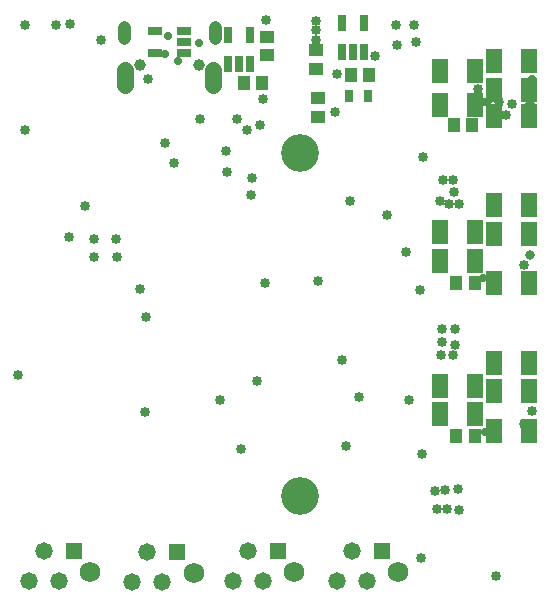
<source format=gbs>
G04 EAGLE Gerber RS-274X export*
G75*
%MOMM*%
%FSLAX34Y34*%
%LPD*%
%INSoldermask Bottom*%
%IPPOS*%
%AMOC8*
5,1,8,0,0,1.08239X$1,22.5*%
G01*
G04 Define Apertures*
%ADD10C,3.200000*%
%ADD11R,1.120900X1.170200*%
%ADD12R,1.170200X1.120900*%
%ADD13R,1.300000X0.800000*%
%ADD14R,1.475000X1.475000*%
%ADD15C,1.475000*%
%ADD16C,1.750000*%
%ADD17R,0.800000X1.400000*%
%ADD18R,1.364600X2.015300*%
%ADD19R,1.173900X0.998700*%
%ADD20R,0.711800X1.111800*%
%ADD21C,1.475000*%
%ADD22C,1.100000*%
%ADD23C,1.000000*%
%ADD24C,0.850000*%
%ADD25C,0.700000*%
%ADD26C,0.800000*%
D10*
X250000Y90000D03*
X250000Y380000D03*
D11*
X217646Y439300D03*
X202154Y439300D03*
D12*
X221700Y463354D03*
X221700Y478846D03*
D13*
X151800Y483700D03*
X151800Y474200D03*
X151800Y464700D03*
X126800Y464700D03*
X126800Y483700D03*
D14*
X318800Y43500D03*
D15*
X306100Y18100D03*
X293400Y43500D03*
X280700Y18100D03*
D16*
X332800Y25500D03*
D14*
X230600Y43500D03*
D15*
X217900Y18100D03*
X205200Y43500D03*
X192500Y18100D03*
D16*
X244600Y25500D03*
D14*
X58238Y43500D03*
D15*
X45538Y18100D03*
X32838Y43500D03*
X20138Y18100D03*
D16*
X72238Y25500D03*
D14*
X145800Y42500D03*
D15*
X133100Y17100D03*
X120400Y42500D03*
X107700Y17100D03*
D16*
X159800Y24500D03*
D17*
X304100Y465500D03*
X294600Y465500D03*
X285100Y465500D03*
X285100Y490500D03*
X304100Y490500D03*
D11*
X292554Y446649D03*
X308046Y446649D03*
D12*
X263249Y451554D03*
X263249Y467046D03*
D18*
X414246Y270500D03*
X443754Y270500D03*
X414246Y311347D03*
X443754Y311347D03*
X397754Y288500D03*
X368246Y288500D03*
X397754Y313500D03*
X368246Y313500D03*
X414246Y336500D03*
X443754Y336500D03*
X397754Y449500D03*
X368246Y449500D03*
X397754Y420500D03*
X368246Y420500D03*
X414246Y433500D03*
X443754Y433500D03*
X414246Y411500D03*
X443754Y411500D03*
X414246Y458500D03*
X443754Y458500D03*
X397754Y183300D03*
X368246Y183300D03*
X414246Y178700D03*
X443754Y178700D03*
X414246Y144547D03*
X443754Y144547D03*
X414246Y202700D03*
X443754Y202700D03*
X397754Y159453D03*
X368246Y159453D03*
D19*
X265148Y426872D03*
X265148Y410568D03*
D20*
X307100Y428200D03*
X291100Y428200D03*
D17*
X207300Y455500D03*
X197800Y455500D03*
X188300Y455500D03*
X188300Y480500D03*
X207300Y480500D03*
D11*
X380028Y404000D03*
X395520Y404000D03*
X382028Y270000D03*
X397520Y270000D03*
X382028Y141000D03*
X397520Y141000D03*
D21*
X176250Y437625D02*
X176250Y450375D01*
X101750Y450375D02*
X101750Y437625D01*
D22*
X177750Y477500D02*
X177750Y486500D01*
X100250Y486500D02*
X100250Y477500D01*
D23*
X164000Y454500D03*
X114000Y454500D03*
D24*
X119000Y241000D03*
X220000Y270000D03*
X200000Y130000D03*
X213000Y187000D03*
X54000Y309000D03*
X55000Y489456D03*
X17000Y489000D03*
X218000Y426000D03*
X216000Y404000D03*
X209000Y359000D03*
X196000Y409000D03*
X205000Y399646D03*
X188000Y364314D03*
X68000Y335000D03*
X43000Y489000D03*
D25*
X164000Y473000D03*
D24*
X121000Y443000D03*
X75000Y292000D03*
X95000Y292000D03*
X265000Y272000D03*
X369000Y209000D03*
X381000Y231000D03*
X379000Y209000D03*
X381000Y218000D03*
X313000Y462000D03*
X444000Y422000D03*
X371000Y357000D03*
X379000Y357000D03*
X376000Y337000D03*
X368000Y340000D03*
X384000Y337000D03*
X380000Y347000D03*
X372000Y95000D03*
X366000Y79000D03*
X374000Y79000D03*
X384000Y78000D03*
X323000Y328000D03*
X285000Y205000D03*
X439000Y285000D03*
X289000Y132000D03*
X416000Y22000D03*
X439000Y151000D03*
X331000Y489000D03*
X346000Y489000D03*
X332000Y472000D03*
X348000Y474000D03*
X370000Y220000D03*
X370000Y231000D03*
X446262Y162000D03*
D25*
X446000Y443175D03*
D26*
X445000Y409000D03*
X444762Y294000D03*
D24*
X364000Y94000D03*
X383000Y96000D03*
X263000Y492012D03*
X263000Y484000D03*
X263000Y476000D03*
X292000Y340000D03*
X353000Y125000D03*
X342000Y171000D03*
X300000Y174000D03*
X351000Y264000D03*
X354000Y377000D03*
X352000Y37000D03*
X279000Y415000D03*
X339000Y296000D03*
X182000Y171000D03*
X208000Y345000D03*
X81000Y476000D03*
X221000Y493000D03*
X165000Y409000D03*
X187231Y381800D03*
X75000Y307000D03*
X94180Y307346D03*
X281000Y447000D03*
X399000Y422000D03*
X408000Y423000D03*
X418000Y423000D03*
X429000Y422000D03*
X424000Y412000D03*
X411000Y411000D03*
D25*
X405000Y274000D03*
X411000Y276000D03*
X411000Y147000D03*
X406000Y144000D03*
D24*
X413000Y432000D03*
X400000Y434000D03*
X143000Y372000D03*
X11000Y192000D03*
X118000Y161000D03*
D25*
X146500Y458500D03*
X135000Y464000D03*
D24*
X135000Y389000D03*
X17000Y400000D03*
X114000Y265000D03*
X202000Y438000D03*
D25*
X138000Y479000D03*
M02*

</source>
